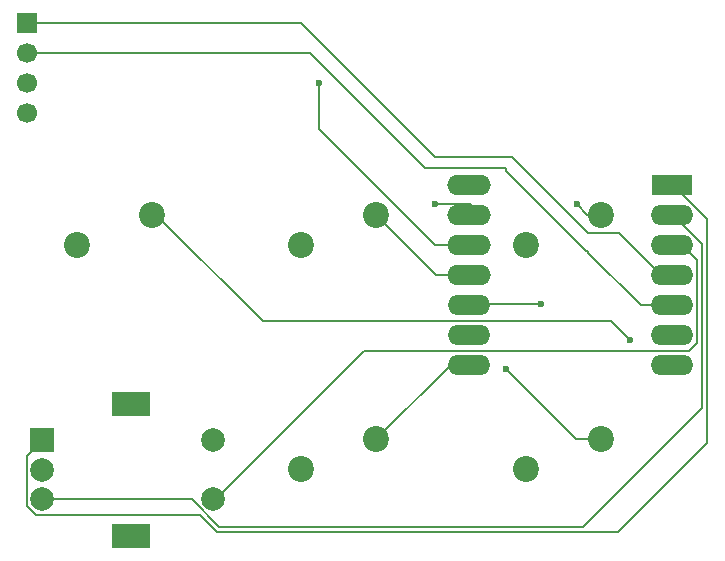
<source format=gbr>
%TF.GenerationSoftware,KiCad,Pcbnew,9.0.7-1.fc43*%
%TF.CreationDate,2026-02-19T19:52:45+02:00*%
%TF.ProjectId,Marcopad,4d617263-6f70-4616-942e-6b696361645f,rev?*%
%TF.SameCoordinates,Original*%
%TF.FileFunction,Copper,L2,Bot*%
%TF.FilePolarity,Positive*%
%FSLAX46Y46*%
G04 Gerber Fmt 4.6, Leading zero omitted, Abs format (unit mm)*
G04 Created by KiCad (PCBNEW 9.0.7-1.fc43) date 2026-02-19 19:52:45*
%MOMM*%
%LPD*%
G01*
G04 APERTURE LIST*
%TA.AperFunction,ComponentPad*%
%ADD10C,2.200000*%
%TD*%
%TA.AperFunction,ComponentPad*%
%ADD11R,1.700000X1.700000*%
%TD*%
%TA.AperFunction,ComponentPad*%
%ADD12C,1.700000*%
%TD*%
%TA.AperFunction,ComponentPad*%
%ADD13R,2.000000X2.000000*%
%TD*%
%TA.AperFunction,ComponentPad*%
%ADD14C,2.000000*%
%TD*%
%TA.AperFunction,ComponentPad*%
%ADD15R,3.200000X2.000000*%
%TD*%
%TA.AperFunction,ComponentPad*%
%ADD16R,3.500000X1.700000*%
%TD*%
%TA.AperFunction,ComponentPad*%
%ADD17O,3.600000X1.700000*%
%TD*%
%TA.AperFunction,ComponentPad*%
%ADD18O,3.700000X1.700000*%
%TD*%
%TA.AperFunction,ViaPad*%
%ADD19C,0.600000*%
%TD*%
%TA.AperFunction,Conductor*%
%ADD20C,0.200000*%
%TD*%
G04 APERTURE END LIST*
D10*
%TO.P,SW6,1,1*%
%TO.N,Net-(U1-PB08_A6_D6_TX)*%
X105540000Y-57920000D03*
%TO.P,SW6,2,2*%
%TO.N,GND*%
X99190000Y-60460000D03*
%TD*%
%TO.P,SW1,1,1*%
%TO.N,Net-(U1-PA6_A10_D10_MOSI)*%
X124540000Y-57920000D03*
%TO.P,SW1,2,2*%
%TO.N,GND*%
X118190000Y-60460000D03*
%TD*%
%TO.P,SW4,1,1*%
%TO.N,Net-(U1-PA7_A8_D8_SCK)*%
X143540000Y-76920000D03*
%TO.P,SW4,2,2*%
%TO.N,GND*%
X137190000Y-79460000D03*
%TD*%
D11*
%TO.P,J1,1,Pin_1*%
%TO.N,GND*%
X95000000Y-41690000D03*
D12*
%TO.P,J1,2,Pin_2*%
X95000000Y-44230000D03*
%TO.P,J1,3,Pin_3*%
X95000000Y-46770000D03*
%TO.P,J1,4,Pin_4*%
X95000000Y-49310000D03*
%TD*%
D10*
%TO.P,SW5,1,1*%
%TO.N,Net-(U1-PB09_A7_D7_RX)*%
X124540000Y-76920000D03*
%TO.P,SW5,2,2*%
%TO.N,GND*%
X118190000Y-79460000D03*
%TD*%
%TO.P,SW2,1,1*%
%TO.N,Net-(U1-PA5_A9_D9_MISO)*%
X143540000Y-57920000D03*
%TO.P,SW2,2,2*%
%TO.N,GND*%
X137190000Y-60460000D03*
%TD*%
D13*
%TO.P,SW10,A,A*%
%TO.N,Net-(U1-PA02_A0_D0)*%
X96250000Y-77000000D03*
D14*
%TO.P,SW10,B,B*%
%TO.N,Net-(U1-PA4_A1_D1)*%
X96250000Y-82000000D03*
%TO.P,SW10,C,C*%
%TO.N,GND*%
X96250000Y-79500000D03*
D15*
%TO.P,SW10,MP*%
%TO.N,N/C*%
X103750000Y-73900000D03*
X103750000Y-85100000D03*
D14*
%TO.P,SW10,S1,S1*%
%TO.N,Net-(U1-PA10_A2_D2)*%
X110750000Y-82000000D03*
%TO.P,SW10,S2,S2*%
%TO.N,GND*%
X110750000Y-77000000D03*
%TD*%
D16*
%TO.P,U1,1,PA02_A0_D0*%
%TO.N,Net-(U1-PA02_A0_D0)*%
X149625000Y-55380000D03*
D17*
%TO.P,U1,2,PA4_A1_D1*%
%TO.N,Net-(U1-PA4_A1_D1)*%
X149625000Y-57920000D03*
%TO.P,U1,3,PA10_A2_D2*%
%TO.N,Net-(U1-PA10_A2_D2)*%
X149625000Y-60460000D03*
%TO.P,U1,4,PA11_A3_D3*%
%TO.N,GND*%
X149625000Y-63000000D03*
%TO.P,U1,5,PA8_A4_D4_SDA*%
X149625000Y-65540000D03*
%TO.P,U1,6,PA9_A5_D5_SCL*%
%TO.N,unconnected-(U1-PA9_A5_D5_SCL-Pad6)*%
X149625000Y-68080000D03*
%TO.P,U1,7,PB08_A6_D6_TX*%
%TO.N,Net-(U1-PB08_A6_D6_TX)*%
X149625000Y-70620000D03*
%TO.P,U1,8,PB09_A7_D7_RX*%
%TO.N,Net-(U1-PB09_A7_D7_RX)*%
X132375000Y-70620000D03*
%TO.P,U1,9,PA7_A8_D8_SCK*%
%TO.N,Net-(U1-PA7_A8_D8_SCK)*%
X132375000Y-68080000D03*
%TO.P,U1,10,PA5_A9_D9_MISO*%
%TO.N,Net-(U1-PA5_A9_D9_MISO)*%
X132375000Y-65540000D03*
D18*
%TO.P,U1,11,PA6_A10_D10_MOSI*%
%TO.N,Net-(U1-PA6_A10_D10_MOSI)*%
X132375000Y-63000000D03*
%TO.P,U1,12,3V3*%
%TO.N,GND*%
X132375000Y-60460000D03*
%TO.P,U1,13,GND*%
X132375000Y-57920000D03*
%TO.P,U1,14,5V*%
X132375000Y-55380000D03*
%TD*%
D19*
%TO.N,GND*%
X129500000Y-57000000D03*
X119685000Y-46770000D03*
%TO.N,Net-(U1-PA5_A9_D9_MISO)*%
X138500000Y-65500000D03*
X141500000Y-57000000D03*
%TO.N,Net-(U1-PA7_A8_D8_SCK)*%
X135500000Y-71000000D03*
%TO.N,Net-(U1-PB08_A6_D6_TX)*%
X146000000Y-68500000D03*
%TD*%
D20*
%TO.N,Net-(U1-PA6_A10_D10_MOSI)*%
X124540000Y-57920000D02*
X129620000Y-63000000D01*
X129620000Y-63000000D02*
X133375000Y-63000000D01*
%TO.N,GND*%
X135500000Y-54000000D02*
X135500000Y-54175184D01*
X128675184Y-54000000D02*
X135500000Y-54000000D01*
X145125000Y-59500000D02*
X148625000Y-63000000D01*
X136000000Y-53000000D02*
X142500000Y-59500000D01*
X142500000Y-61000000D02*
X142500000Y-61118470D01*
X142324816Y-61000000D02*
X142500000Y-61000000D01*
X146921530Y-65540000D02*
X148625000Y-65540000D01*
X129500000Y-53000000D02*
X136000000Y-53000000D01*
X129540000Y-60460000D02*
X133375000Y-60460000D01*
X129500000Y-57000000D02*
X132455000Y-57000000D01*
X95000000Y-44230000D02*
X118905184Y-44230000D01*
X142500000Y-61118470D02*
X146921530Y-65540000D01*
X95000000Y-41690000D02*
X118190000Y-41690000D01*
X118190000Y-41690000D02*
X129500000Y-53000000D01*
X118905184Y-44230000D02*
X128675184Y-54000000D01*
X119685000Y-50685000D02*
X129500000Y-60500000D01*
X142500000Y-59500000D02*
X145125000Y-59500000D01*
X129500000Y-60500000D02*
X129540000Y-60460000D01*
X132455000Y-57000000D02*
X133375000Y-57920000D01*
X119685000Y-46770000D02*
X119685000Y-50685000D01*
X135500000Y-54175184D02*
X142324816Y-61000000D01*
%TO.N,Net-(U1-PA5_A9_D9_MISO)*%
X142420000Y-57920000D02*
X141500000Y-57000000D01*
X133415000Y-65500000D02*
X133375000Y-65540000D01*
X138500000Y-65500000D02*
X133415000Y-65500000D01*
%TO.N,Net-(U1-PA7_A8_D8_SCK)*%
X141420000Y-76920000D02*
X135500000Y-71000000D01*
X143540000Y-76920000D02*
X141420000Y-76920000D01*
%TO.N,Net-(U1-PB09_A7_D7_RX)*%
X130840000Y-70620000D02*
X133375000Y-70620000D01*
X124540000Y-76920000D02*
X130840000Y-70620000D01*
%TO.N,Net-(U1-PB08_A6_D6_TX)*%
X106000000Y-58000000D02*
X114929000Y-66929000D01*
X105540000Y-57920000D02*
X105920000Y-57920000D01*
X105920000Y-57920000D02*
X106000000Y-58000000D01*
X144429000Y-66929000D02*
X146000000Y-68500000D01*
X114929000Y-66929000D02*
X144429000Y-66929000D01*
%TO.N,Net-(U1-PA02_A0_D0)*%
X152528000Y-58245240D02*
X149662760Y-55380000D01*
X149662760Y-55380000D02*
X148625000Y-55380000D01*
X95711108Y-83301000D02*
X109644008Y-83301000D01*
X145026470Y-84752000D02*
X152528000Y-77250470D01*
X94949000Y-82538892D02*
X95711108Y-83301000D01*
X111095008Y-84752000D02*
X145026470Y-84752000D01*
X94949000Y-78301000D02*
X94949000Y-82538892D01*
X109644008Y-83301000D02*
X111095008Y-84752000D01*
X96250000Y-77000000D02*
X94949000Y-78301000D01*
X152528000Y-77250470D02*
X152528000Y-58245240D01*
%TO.N,Net-(U1-PA4_A1_D1)*%
X96250000Y-82000000D02*
X108910108Y-82000000D01*
X149662760Y-57920000D02*
X148625000Y-57920000D01*
X152127000Y-74254530D02*
X152127000Y-60384240D01*
X152127000Y-60384240D02*
X149662760Y-57920000D01*
X142030530Y-84351000D02*
X152127000Y-74254530D01*
X111261108Y-84351000D02*
X142030530Y-84351000D01*
X108910108Y-82000000D02*
X111261108Y-84351000D01*
%TO.N,Net-(U1-PA10_A2_D2)*%
X151031000Y-69469000D02*
X151726000Y-68774000D01*
X150460000Y-60460000D02*
X148625000Y-60460000D01*
X110750000Y-82250000D02*
X123531000Y-69469000D01*
X151726000Y-61726000D02*
X150460000Y-60460000D01*
X110750000Y-82000000D02*
X110750000Y-82250000D01*
X151726000Y-68774000D02*
X151726000Y-61726000D01*
X123531000Y-69469000D02*
X151031000Y-69469000D01*
%TD*%
M02*

</source>
